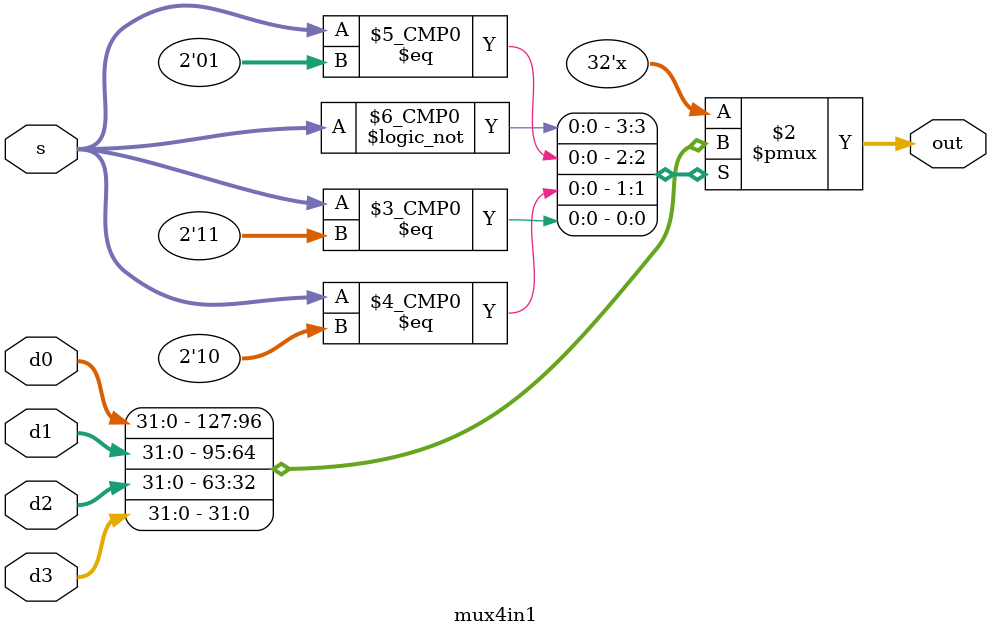
<source format=v>
module mux4in1(d0, d1, d2, d3, s, out);
	input [31:0] d0, d1, d2, d3;
	input [1:0] s;
	output reg [31:0] out;
	
	always @*
		case(s)
			2'd0: out = d0;
			2'd1: out = d1;
			2'd2: out = d2;
			2'd3: out = d3;
		endcase
endmodule
</source>
